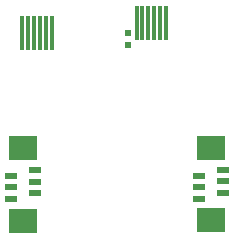
<source format=gbr>
%FSTAX26Y26*%
%MOMM*%
%SFA1B1*%

%IPPOS*%
%ADD23R,0.499999X0.499999*%
%ADD53R,0.299999X2.999994*%
%ADD54R,0.999998X0.499999*%
%ADD55R,2.399995X1.999996*%
%LNpcb_paste_bot-1*%
%LPD*%
G54D23*
X10726978Y59641181D03*
Y60641179D03*
G54D53*
X12958191Y6148738D03*
X1345819D03*
X13958189D03*
X12458192D03*
X11958193D03*
X11458194D03*
X04297984Y606044D03*
X03797985D03*
X03297986D03*
X02797987D03*
X02297988D03*
X01797989D03*
G54D54*
X16770578Y46572779D03*
X187706Y47072778D03*
Y48072776D03*
Y490728D03*
X16770578Y48572775D03*
Y47572777D03*
X028702Y48066198D03*
Y49066196D03*
Y470662D03*
X00870178Y47566199D03*
Y48566197D03*
Y46566175D03*
G54D55*
X17770576Y44772783D03*
Y50872796D03*
X01870176Y50866192D03*
Y44766179D03*
M02*
</source>
